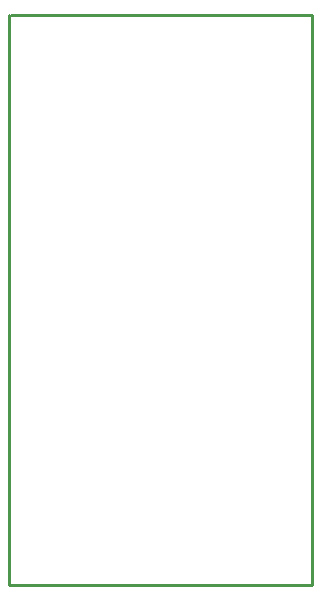
<source format=gko>
G04 Layer: BoardOutline*
G04 EasyEDA v6.2.46, 2019-11-02T22:46:44+01:00*
G04 ac1458d9b49046569834fa52976d048a,2f1dc3ff27c442d188d0821d71f234e9,NaN*
G04 Gerber Generator version 0.2*
G04 Scale: 100 percent, Rotated: No, Reflected: No *
G04 Dimensions in millimeters *
G04 leading zeros omitted , absolute positions ,3 integer and 3 decimal *
%FSLAX33Y33*%
%MOMM*%
G90*
G71D02*

%ADD10C,0.254000*%
G54D10*
G01X127Y48260D02*
G01X25654Y48260D01*
G01X25654Y0D01*
G01X0Y0D01*
G01X0Y48260D01*

%LPD*%
M00*
M02*

</source>
